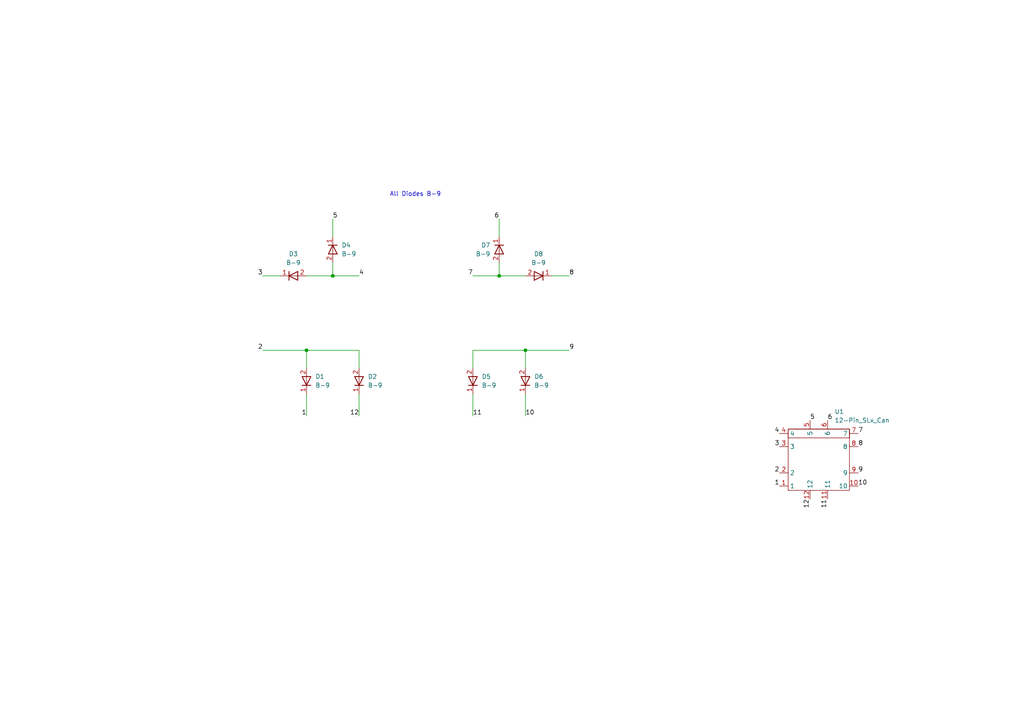
<source format=kicad_sch>
(kicad_sch (version 20211123) (generator eeschema)
  (paper "A4")
  (lib_symbols
    (symbol "IBM_SLT-SLD:12-Pin_SLx_Can"
      (property "Reference" "U" (at 0 -2.54 0))
      (property "Value" "12-Pin_SLx_Can" (at 0 0 0))
      (symbol "12-Pin_SLx_Can_0_1"
        (rectangle (start -8.89 8.89) (end 8.89 -8.89))
        (rectangle (start -8.89 8.89) (end 8.89 6.35))
      )
      (symbol "12-Pin_SLx_Can_1_1"
        (pin passive line (at -11.43 -7.62 0) (length 2.54) (name "1") (number "1"))
        (pin passive line (at 11.43 -7.62 180) (length 2.54) (name "10") (number "10"))
        (pin passive line (at 2.54 -11.43 90) (length 2.54) (name "11") (number "11"))
        (pin passive line (at -2.54 -11.43 90) (length 2.54) (name "12") (number "12"))
        (pin passive line (at -11.43 -3.81 0) (length 2.54) (name "2") (number "2"))
        (pin passive line (at -11.43 3.81 0) (length 2.54) (name "3") (number "3"))
        (pin passive line (at -11.43 7.62 0) (length 2.54) (name "4") (number "4"))
        (pin passive line (at -2.54 11.43 270) (length 2.54) (name "5") (number "5"))
        (pin passive line (at 2.54 11.43 270) (length 2.54) (name "6") (number "6"))
        (pin passive line (at 11.43 7.62 180) (length 2.54) (name "7") (number "7"))
        (pin passive line (at 11.43 3.81 180) (length 2.54) (name "8") (number "8"))
        (pin passive line (at 11.43 -3.81 180) (length 2.54) (name "9") (number "9"))
      )
    )
    (symbol "IBM_SLT-SLD:IBM_Diode"
      (property "Reference" "D" (at 0 5.08 0))
      (property "Value" "IBM_Diode" (at 0 2.54 0))
      (symbol "IBM_Diode_0_1"
        (polyline (pts (xy -1.27 1.27) (xy -1.27 -1.27)) (stroke (width 0.254)))
        (polyline (pts (xy 1.27 0) (xy -1.27 0)))
        (polyline (pts (xy 1.27 1.27) (xy 1.27 -1.27) (xy -1.27 0) (xy 1.27 1.27)) (stroke (width 0.254)))
      )
      (symbol "IBM_Diode_1_1"
        (pin passive line (at -3.81 0 0) (length 2.54) (name "K") (number "1"))
        (pin passive line (at 3.81 0 180) (length 2.54) (name "A") (number "2"))
      )
    )
  )
  (junction (at 96.52 80.01))
  (junction (at 152.4 101.6))
  (junction (at 88.9 101.6))
  (junction (at 144.78 80.01))
  (wire (pts (xy 152.4 114.3) (xy 152.4 120.65)))
  (wire (pts (xy 96.52 63.5) (xy 96.52 68.58)))
  (wire (pts (xy 144.78 63.5) (xy 144.78 68.58)))
  (wire (pts (xy 88.9 80.01) (xy 96.52 80.01)))
  (wire (pts (xy 137.16 114.3) (xy 137.16 120.65)))
  (wire (pts (xy 165.1 101.6) (xy 152.4 101.6)))
  (wire (pts (xy 152.4 80.01) (xy 144.78 80.01)))
  (wire (pts (xy 96.52 80.01) (xy 104.14 80.01)))
  (wire (pts (xy 137.16 106.68) (xy 137.16 101.6)))
  (wire (pts (xy 88.9 101.6) (xy 88.9 106.68)))
  (wire (pts (xy 104.14 106.68) (xy 104.14 101.6)))
  (wire (pts (xy 152.4 101.6) (xy 137.16 101.6)))
  (wire (pts (xy 104.14 114.3) (xy 104.14 120.65)))
  (wire (pts (xy 144.78 76.2) (xy 144.78 80.01)))
  (wire (pts (xy 76.2 101.6) (xy 88.9 101.6)))
  (wire (pts (xy 144.78 80.01) (xy 137.16 80.01)))
  (wire (pts (xy 96.52 76.2) (xy 96.52 80.01)))
  (wire (pts (xy 76.2 80.01) (xy 81.28 80.01)))
  (wire (pts (xy 88.9 114.3) (xy 88.9 120.65)))
  (wire (pts (xy 88.9 101.6) (xy 104.14 101.6)))
  (wire (pts (xy 152.4 101.6) (xy 152.4 106.68)))
  (wire (pts (xy 160.02 80.01) (xy 165.1 80.01)))
  (text "All Diodes B-9" (at 113.03 57.15 0) (effects (font (size 1.27 1.27)) (justify left bottom)))
  (label "9" (at 248.92 137.16 0))
  (label "7" (at 248.92 125.73 0))
  (label "2" (at 76.2 101.6 180))
  (label "5" (at 234.95 121.92 0))
  (label "8" (at 165.1 80.01 0))
  (label "11" (at 240.03 144.78 270))
  (label "10" (at 152.4 120.65 0))
  (label "4" (at 226.06 125.73 180))
  (label "10" (at 248.92 140.97 0))
  (label "3" (at 226.06 129.54 180))
  (label "11" (at 137.16 120.65 0))
  (label "8" (at 248.92 129.54 0))
  (label "9" (at 165.1 101.6 0))
  (label "12" (at 104.14 120.65 180))
  (label "1" (at 226.06 140.97 180))
  (label "4" (at 104.14 80.01 0))
  (label "1" (at 88.9 120.65 180))
  (label "12" (at 234.95 144.78 270))
  (label "5" (at 96.52 63.5 0))
  (label "6" (at 144.78 63.5 180))
  (label "2" (at 226.06 137.16 180))
  (label "7" (at 137.16 80.01 180))
  (label "3" (at 76.2 80.01 180))
  (label "6" (at 240.03 121.92 0))
  (symbol (lib_id "IBM_SLT-SLD:IBM_Diode") (at 96.52 72.39 270) (unit 1)
    (property "Reference" "D4" (at 99.06 71.1199 90) (effects (justify left)))
    (property "Value" "B-9" (at 99.06 73.6599 90) (effects (justify left)))
    (property "Footprint" "Diode_SMD:D_0201_0603Metric" (effects hide))
  )
  (symbol (lib_id "IBM_SLT-SLD:IBM_Diode") (at 104.14 110.49 90) (unit 1)
    (property "Reference" "D2" (at 106.68 109.2199 90) (effects (justify right)))
    (property "Value" "B-9" (at 106.68 111.7599 90) (effects (justify right)))
    (property "Footprint" "Diode_SMD:D_0201_0603Metric" (effects hide))
  )
  (symbol (lib_id "IBM_SLT-SLD:IBM_Diode") (at 144.78 72.39 90) (mirror x) (unit 1)
    (property "Reference" "D7" (at 142.24 71.1199 90) (effects (justify left)))
    (property "Value" "B-9" (at 142.24 73.6599 90) (effects (justify left)))
    (property "Footprint" "Diode_SMD:D_0201_0603Metric" (effects hide))
  )
  (symbol (lib_id "IBM_SLT-SLD:12-Pin_SLx_Can") (at 237.49 133.35 0) (unit 1)
    (property "Reference" "U1" (at 242.0494 119.38 0) (effects (justify left)))
    (property "Value" "12-Pin_SLx_Can" (at 242.0494 121.92 0) (effects (justify left)))
    (property "Footprint" "IBM_SLT-SLD:12-Pin_SLx_Can" (effects hide))
  )
  (symbol (lib_id "IBM_SLT-SLD:IBM_Diode") (at 88.9 110.49 90) (unit 1)
    (property "Reference" "D1" (at 91.44 109.2199 90) (effects (justify right)))
    (property "Value" "B-9" (at 91.44 111.7599 90) (effects (justify right)))
    (property "Footprint" "Diode_SMD:D_0201_0603Metric" (effects hide))
  )
  (symbol (lib_id "IBM_SLT-SLD:IBM_Diode") (at 156.21 80.01 180) (unit 1)
    (property "Reference" "D8" (at 156.21 73.66 0))
    (property "Value" "B-9" (at 156.21 76.2 0))
    (property "Footprint" "Diode_SMD:D_0201_0603Metric" (effects hide))
  )
  (symbol (lib_id "IBM_SLT-SLD:IBM_Diode") (at 85.09 80.01 0) (unit 1)
    (property "Reference" "D3" (at 85.09 73.66 0))
    (property "Value" "B-9" (at 85.09 76.2 0))
    (property "Footprint" "Diode_SMD:D_0201_0603Metric" (effects hide))
  )
  (symbol (lib_id "IBM_SLT-SLD:IBM_Diode") (at 137.16 110.49 90) (unit 1)
    (property "Reference" "D5" (at 139.7 109.2199 90) (effects (justify right)))
    (property "Value" "B-9" (at 139.7 111.7599 90) (effects (justify right)))
    (property "Footprint" "Diode_SMD:D_0201_0603Metric" (effects hide))
  )
  (symbol (lib_id "IBM_SLT-SLD:IBM_Diode") (at 152.4 110.49 90) (unit 1)
    (property "Reference" "D6" (at 154.94 109.2199 90) (effects (justify right)))
    (property "Value" "B-9" (at 154.94 111.7599 90) (effects (justify right)))
    (property "Footprint" "Diode_SMD:D_0201_0603Metric" (effects hide))
  )
)
</source>
